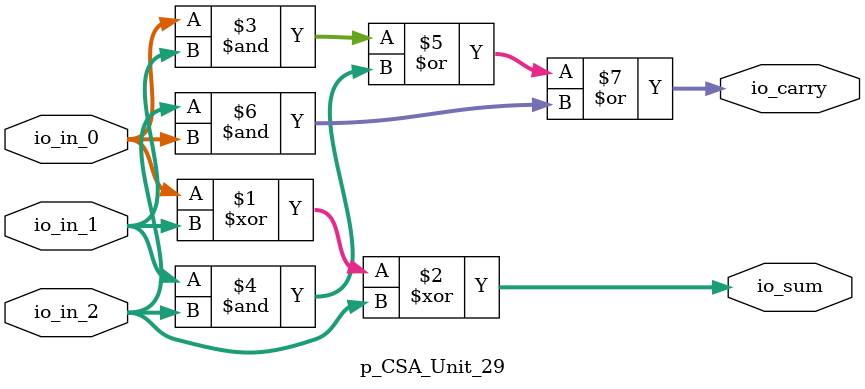
<source format=sv>
module p_CSA_Unit_29(
  input  [14:0] io_in_0,
                io_in_1,
                io_in_2,
  output [14:0] io_sum,
                io_carry
);

  assign io_sum = io_in_0 ^ io_in_1 ^ io_in_2;
  assign io_carry = io_in_0 & io_in_1 | io_in_1 & io_in_2 | io_in_2 & io_in_0;
endmodule


</source>
